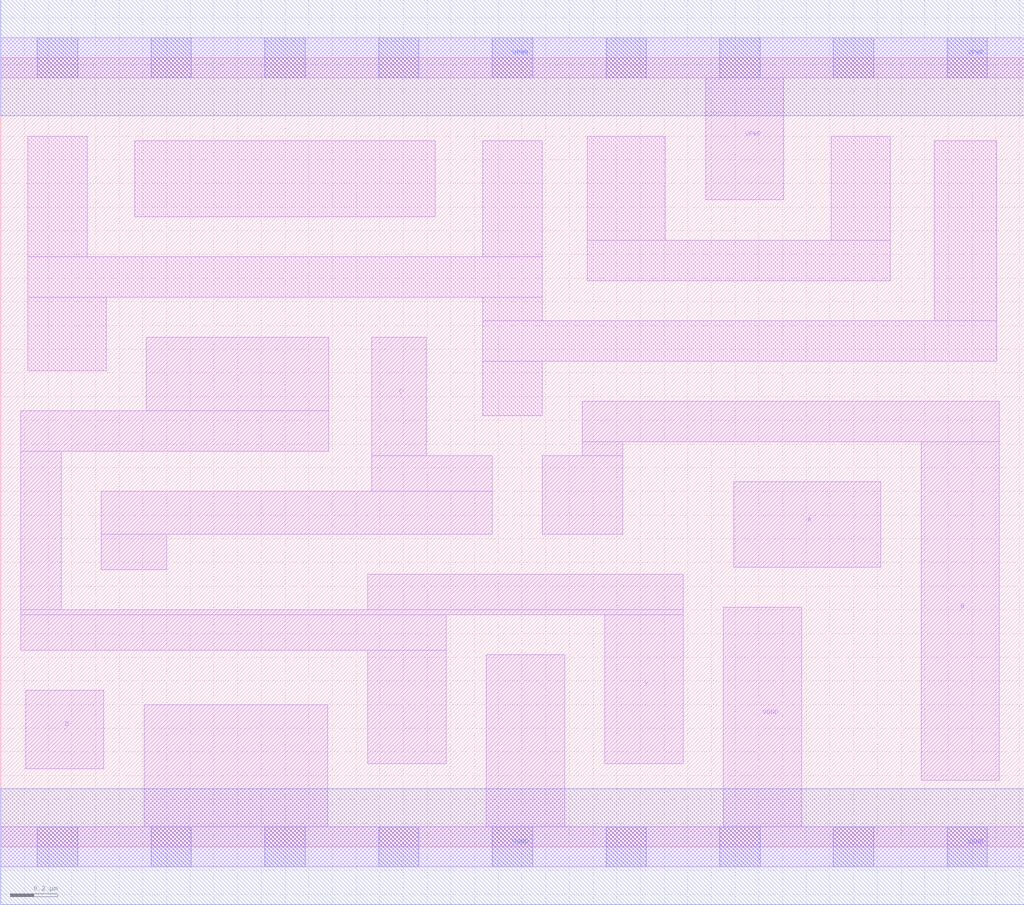
<source format=lef>
# Copyright 2020 The SkyWater PDK Authors
#
# Licensed under the Apache License, Version 2.0 (the "License");
# you may not use this file except in compliance with the License.
# You may obtain a copy of the License at
#
#     https://www.apache.org/licenses/LICENSE-2.0
#
# Unless required by applicable law or agreed to in writing, software
# distributed under the License is distributed on an "AS IS" BASIS,
# WITHOUT WARRANTIES OR CONDITIONS OF ANY KIND, either express or implied.
# See the License for the specific language governing permissions and
# limitations under the License.
#
# SPDX-License-Identifier: Apache-2.0

VERSION 5.7 ;
  NAMESCASESENSITIVE ON ;
  NOWIREEXTENSIONATPIN ON ;
  DIVIDERCHAR "/" ;
  BUSBITCHARS "[]" ;
UNITS
  DATABASE MICRONS 200 ;
END UNITS
MACRO sky130_fd_sc_hs__nor4_2
  CLASS CORE ;
  SOURCE USER ;
  FOREIGN sky130_fd_sc_hs__nor4_2 ;
  ORIGIN  0.000000  0.000000 ;
  SIZE  4.320000 BY  3.330000 ;
  SYMMETRY X Y ;
  SITE unit ;
  PIN A
    ANTENNAGATEAREA  0.447000 ;
    DIRECTION INPUT ;
    USE SIGNAL ;
    PORT
      LAYER li1 ;
        RECT 3.095000 1.180000 3.715000 1.540000 ;
    END
  END A
  PIN B
    ANTENNAGATEAREA  0.447000 ;
    DIRECTION INPUT ;
    USE SIGNAL ;
    PORT
      LAYER li1 ;
        RECT 2.285000 1.320000 2.625000 1.650000 ;
        RECT 2.455000 1.650000 2.625000 1.710000 ;
        RECT 2.455000 1.710000 4.215000 1.880000 ;
        RECT 3.885000 0.280000 4.215000 1.710000 ;
    END
  END B
  PIN C
    ANTENNAGATEAREA  0.447000 ;
    DIRECTION INPUT ;
    USE SIGNAL ;
    PORT
      LAYER li1 ;
        RECT 0.425000 1.170000 0.700000 1.320000 ;
        RECT 0.425000 1.320000 2.075000 1.500000 ;
        RECT 1.565000 1.500000 2.075000 1.650000 ;
        RECT 1.565000 1.650000 1.795000 2.150000 ;
    END
  END C
  PIN D
    ANTENNAGATEAREA  0.447000 ;
    DIRECTION INPUT ;
    USE SIGNAL ;
    PORT
      LAYER li1 ;
        RECT 0.105000 0.330000 0.435000 0.660000 ;
    END
  END D
  PIN Y
    ANTENNADIFFAREA  0.808000 ;
    DIRECTION OUTPUT ;
    USE SIGNAL ;
    PORT
      LAYER li1 ;
        RECT 0.085000 0.830000 1.880000 0.980000 ;
        RECT 0.085000 0.980000 2.880000 1.000000 ;
        RECT 0.085000 1.000000 0.255000 1.670000 ;
        RECT 0.085000 1.670000 1.385000 1.840000 ;
        RECT 0.615000 1.840000 1.385000 2.150000 ;
        RECT 1.550000 0.350000 1.880000 0.830000 ;
        RECT 1.550000 1.000000 2.880000 1.150000 ;
        RECT 2.550000 0.350000 2.880000 0.980000 ;
    END
  END Y
  PIN VGND
    DIRECTION INOUT ;
    USE GROUND ;
    PORT
      LAYER li1 ;
        RECT 0.000000 -0.085000 4.320000 0.085000 ;
        RECT 0.605000  0.085000 1.380000 0.600000 ;
        RECT 2.050000  0.085000 2.380000 0.810000 ;
        RECT 3.050000  0.085000 3.380000 1.010000 ;
      LAYER mcon ;
        RECT 0.155000 -0.085000 0.325000 0.085000 ;
        RECT 0.635000 -0.085000 0.805000 0.085000 ;
        RECT 1.115000 -0.085000 1.285000 0.085000 ;
        RECT 1.595000 -0.085000 1.765000 0.085000 ;
        RECT 2.075000 -0.085000 2.245000 0.085000 ;
        RECT 2.555000 -0.085000 2.725000 0.085000 ;
        RECT 3.035000 -0.085000 3.205000 0.085000 ;
        RECT 3.515000 -0.085000 3.685000 0.085000 ;
        RECT 3.995000 -0.085000 4.165000 0.085000 ;
      LAYER met1 ;
        RECT 0.000000 -0.245000 4.320000 0.245000 ;
    END
  END VGND
  PIN VPWR
    DIRECTION INOUT ;
    USE POWER ;
    PORT
      LAYER li1 ;
        RECT 0.000000 3.245000 4.320000 3.415000 ;
        RECT 2.975000 2.730000 3.305000 3.245000 ;
      LAYER mcon ;
        RECT 0.155000 3.245000 0.325000 3.415000 ;
        RECT 0.635000 3.245000 0.805000 3.415000 ;
        RECT 1.115000 3.245000 1.285000 3.415000 ;
        RECT 1.595000 3.245000 1.765000 3.415000 ;
        RECT 2.075000 3.245000 2.245000 3.415000 ;
        RECT 2.555000 3.245000 2.725000 3.415000 ;
        RECT 3.035000 3.245000 3.205000 3.415000 ;
        RECT 3.515000 3.245000 3.685000 3.415000 ;
        RECT 3.995000 3.245000 4.165000 3.415000 ;
      LAYER met1 ;
        RECT 0.000000 3.085000 4.320000 3.575000 ;
    END
  END VPWR
  OBS
    LAYER li1 ;
      RECT 0.115000 2.010000 0.445000 2.320000 ;
      RECT 0.115000 2.320000 2.285000 2.490000 ;
      RECT 0.115000 2.490000 0.365000 3.000000 ;
      RECT 0.565000 2.660000 1.835000 2.980000 ;
      RECT 2.035000 1.820000 2.285000 2.050000 ;
      RECT 2.035000 2.050000 4.205000 2.220000 ;
      RECT 2.035000 2.220000 2.285000 2.320000 ;
      RECT 2.035000 2.490000 2.285000 2.980000 ;
      RECT 2.475000 2.390000 3.755000 2.560000 ;
      RECT 2.475000 2.560000 2.805000 3.000000 ;
      RECT 3.505000 2.560000 3.755000 3.000000 ;
      RECT 3.940000 2.220000 4.205000 2.980000 ;
  END
END sky130_fd_sc_hs__nor4_2

</source>
